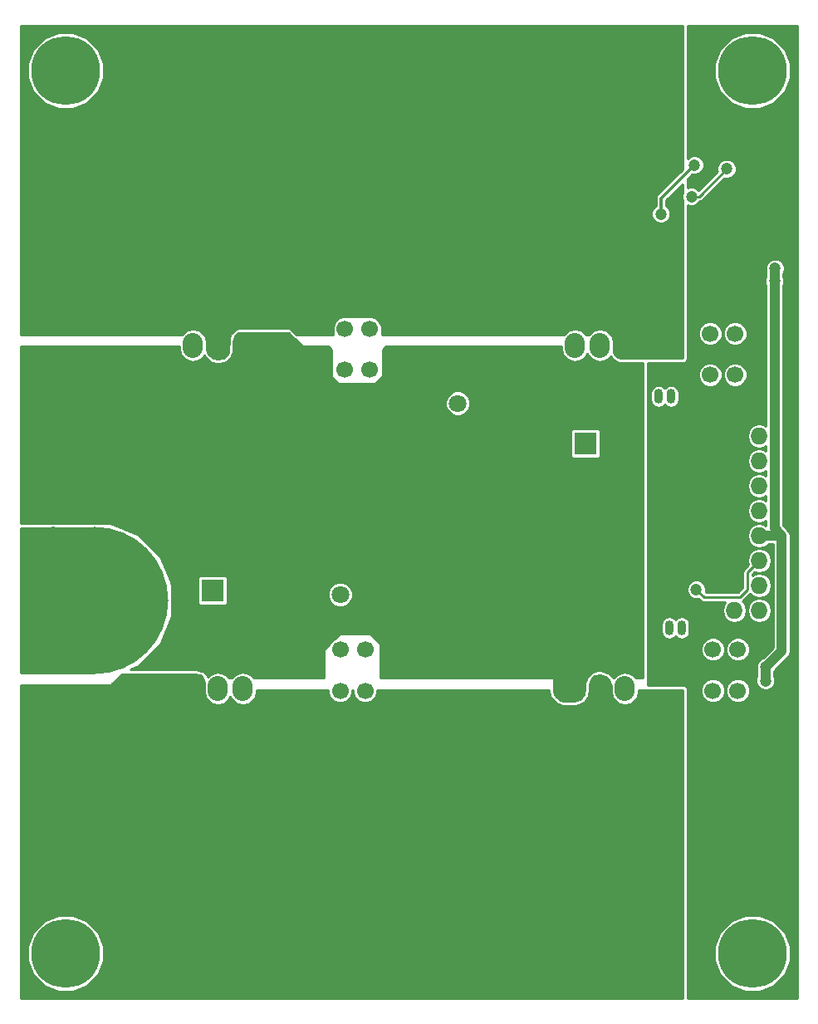
<source format=gbl>
G04 #@! TF.FileFunction,Copper,L2,Bot,Signal*
%FSLAX46Y46*%
G04 Gerber Fmt 4.6, Leading zero omitted, Abs format (unit mm)*
G04 Created by KiCad (PCBNEW 4.0.1-stable) date 27.06.2016 00:57:11*
%MOMM*%
G01*
G04 APERTURE LIST*
%ADD10C,0.100000*%
%ADD11R,2.300000X2.300000*%
%ADD12C,2.300000*%
%ADD13O,2.032000X2.540000*%
%ADD14R,1.727200X1.727200*%
%ADD15O,1.727200X1.727200*%
%ADD16C,7.000000*%
%ADD17O,0.899160X1.501140*%
%ADD18C,15.000000*%
%ADD19C,1.700000*%
%ADD20C,1.800000*%
%ADD21C,1.200000*%
%ADD22C,1.000000*%
%ADD23C,0.250000*%
%ADD24C,0.500000*%
%ADD25C,0.300000*%
%ADD26C,0.254000*%
G04 APERTURE END LIST*
D10*
D11*
X120000000Y-108000000D03*
D12*
X120000000Y-93000000D03*
D11*
X158000000Y-93000000D03*
D12*
X158000000Y-108000000D03*
D13*
X120530000Y-83000000D03*
X123070000Y-83000000D03*
X117990000Y-83000000D03*
X159470000Y-83000000D03*
X162010000Y-83000000D03*
X156930000Y-83000000D03*
X120530000Y-118000000D03*
X117990000Y-118000000D03*
X123070000Y-118000000D03*
X159470000Y-118000000D03*
X156930000Y-118000000D03*
X162010000Y-118000000D03*
D14*
X173180000Y-92250000D03*
D15*
X175720000Y-92250000D03*
X173180000Y-94790000D03*
X175720000Y-94790000D03*
X173180000Y-97330000D03*
X175720000Y-97330000D03*
X173180000Y-99870000D03*
X175720000Y-99870000D03*
X173180000Y-102410000D03*
X175720000Y-102410000D03*
X173180000Y-104950000D03*
X175720000Y-104950000D03*
X173180000Y-107490000D03*
X175720000Y-107490000D03*
X173180000Y-110030000D03*
X175720000Y-110030000D03*
D16*
X105000000Y-55000000D03*
X105000000Y-145000000D03*
X175000000Y-55000000D03*
X175000000Y-145000000D03*
D17*
X166730000Y-88200000D03*
X165460000Y-88200000D03*
X168000000Y-88200000D03*
X166530000Y-111800000D03*
X167800000Y-111800000D03*
X165260000Y-111800000D03*
D18*
X108000000Y-109000000D03*
X108000000Y-91000000D03*
X108000000Y-68000000D03*
X108000000Y-132000000D03*
D19*
X173540000Y-114000000D03*
X171000000Y-114000000D03*
X173540000Y-118200000D03*
X171000000Y-118200000D03*
X135540000Y-114000000D03*
X133000000Y-114000000D03*
X135540000Y-118200000D03*
X133000000Y-118200000D03*
X136000000Y-81300000D03*
X133460000Y-81300000D03*
X136000000Y-85500000D03*
X133460000Y-85500000D03*
X173250000Y-81800000D03*
X170710000Y-81800000D03*
X173250000Y-86000000D03*
X170710000Y-86000000D03*
D20*
X145000000Y-88900000D03*
X145000000Y-96400000D03*
X133000000Y-108400000D03*
X133000000Y-100900000D03*
D21*
X177275000Y-76450000D03*
X177325000Y-75150000D03*
X168799998Y-67825031D03*
X172400000Y-65000000D03*
X176400000Y-115800000D03*
X176361867Y-117186912D03*
X176499996Y-67000000D03*
X175100000Y-66999998D03*
X173800002Y-67000000D03*
X101100000Y-113300000D03*
X101800000Y-114300000D03*
X102700000Y-115200000D03*
X103700000Y-115900000D03*
X101100000Y-104700000D03*
X101800000Y-103700000D03*
X102700000Y-102800000D03*
X103700000Y-102100000D03*
X101100000Y-95299992D03*
X101799992Y-96300000D03*
X102699994Y-97200000D03*
X103700000Y-97899996D03*
X101100000Y-86799986D03*
X101800000Y-85700000D03*
X102700000Y-84800002D03*
X103800000Y-84100000D03*
X169099998Y-64600000D03*
X165700000Y-69600000D03*
X169300000Y-107900000D03*
X115999998Y-130200000D03*
X167000000Y-137000000D03*
X163000000Y-137000000D03*
X159000000Y-137000000D03*
X155000000Y-137000000D03*
X151000000Y-137000000D03*
X147000000Y-137000000D03*
X145000000Y-135000000D03*
X142000000Y-134000000D03*
X138000000Y-134000000D03*
X134000000Y-134000000D03*
X130000000Y-134000000D03*
X126000000Y-134000000D03*
X122000000Y-134000000D03*
X118000000Y-134000000D03*
X103000000Y-119000000D03*
X107000016Y-119000000D03*
X111000000Y-119000000D03*
X115000000Y-119000000D03*
X115000000Y-123000000D03*
X115000000Y-127000000D03*
X167071342Y-63849946D03*
X163079256Y-63749980D03*
X159059902Y-63749980D03*
X103000000Y-81000000D03*
X106999992Y-81000000D03*
X111000000Y-81000000D03*
X117000000Y-71000000D03*
X115000000Y-73000000D03*
X115000000Y-77000000D03*
X115000000Y-81000000D03*
X151700000Y-67000000D03*
X121000000Y-70000000D03*
X155000000Y-64000000D03*
X148000000Y-67000000D03*
X144000000Y-67000000D03*
X140000000Y-67000000D03*
X136000000Y-67000000D03*
X132000000Y-67000000D03*
X124000000Y-67000000D03*
X128000000Y-67000000D03*
D22*
X177275000Y-78425000D02*
X177275000Y-77450000D01*
X177275000Y-91490870D02*
X177275000Y-78425000D01*
X177275000Y-78425000D02*
X177275000Y-76450000D01*
X177275000Y-76450000D02*
X177275000Y-75200000D01*
X177275000Y-75200000D02*
X177325000Y-75150000D01*
X177275000Y-77450000D02*
X177275000Y-76073530D01*
X177275000Y-77450000D02*
X177275000Y-76450000D01*
X178000000Y-102400000D02*
X177275000Y-101675000D01*
X177275000Y-99110870D02*
X177275000Y-98089130D01*
X177275000Y-101675000D02*
X177275000Y-100629130D01*
X177275000Y-94030870D02*
X177275000Y-93009130D01*
X177275000Y-100629130D02*
X177283601Y-100620529D01*
X177283601Y-100620529D02*
X177283601Y-99119471D01*
X177283601Y-99119471D02*
X177275000Y-99110870D01*
X177275000Y-98089130D02*
X177283601Y-98080529D01*
X177283601Y-98080529D02*
X177283601Y-96579471D01*
X177283601Y-96579471D02*
X177275000Y-96570870D01*
X177283601Y-94039471D02*
X177275000Y-94030870D01*
X177275000Y-96570870D02*
X177275000Y-95549130D01*
X177283601Y-95540529D02*
X177283601Y-94039471D01*
X177275000Y-95549130D02*
X177283601Y-95540529D01*
X177275000Y-93009130D02*
X177283601Y-93000529D01*
X177283601Y-91499471D02*
X177275000Y-91490870D01*
X177283601Y-93000529D02*
X177283601Y-91499471D01*
D23*
X169574969Y-67825031D02*
X168799998Y-67825031D01*
X172400000Y-65000000D02*
X169574969Y-67825031D01*
D22*
X176361867Y-115838133D02*
X176400000Y-115800000D01*
X176361867Y-117186912D02*
X176361867Y-115838133D01*
X176999999Y-115200001D02*
X176400000Y-115800000D01*
X178000000Y-102400000D02*
X178000000Y-114200000D01*
X178000000Y-114200000D02*
X176999999Y-115200001D01*
X178000000Y-102400000D02*
X177990000Y-102410000D01*
X177990000Y-102410000D02*
X175720000Y-102410000D01*
X175899997Y-67599999D02*
X176499996Y-67000000D01*
X175799998Y-67699998D02*
X175899997Y-67599999D01*
X175799998Y-87766402D02*
X175799998Y-67699998D01*
X173180000Y-92250000D02*
X173180000Y-90386400D01*
X173180000Y-90386400D02*
X175799998Y-87766402D01*
X175100000Y-66999998D02*
X176499994Y-66999998D01*
X176499994Y-66999998D02*
X176499996Y-67000000D01*
X175099998Y-67000000D02*
X175100000Y-66999998D01*
X173800002Y-67000000D02*
X175099998Y-67000000D01*
X173180000Y-104950000D02*
X173180000Y-107490000D01*
X173180000Y-102410000D02*
X173180000Y-104950000D01*
X173180000Y-99870000D02*
X173180000Y-102410000D01*
X173180000Y-97330000D02*
X173180000Y-99870000D01*
X173180000Y-94790000D02*
X173180000Y-97330000D01*
X173180000Y-92250000D02*
X173180000Y-94790000D01*
D24*
X101800000Y-114300000D02*
X101800000Y-114000000D01*
X101800000Y-114000000D02*
X101100000Y-113300000D01*
X102700000Y-115200000D02*
X101800000Y-114300000D01*
X103700000Y-115900000D02*
X103400000Y-115900000D01*
X103400000Y-115900000D02*
X102700000Y-115200000D01*
X108000000Y-109000000D02*
X108000000Y-111600000D01*
X108000000Y-111600000D02*
X103700000Y-115900000D01*
X101800000Y-103700000D02*
X101800000Y-104000000D01*
X101800000Y-104000000D02*
X101100000Y-104700000D01*
X102700000Y-102800000D02*
X101800000Y-103700000D01*
X103700000Y-102100000D02*
X103400000Y-102100000D01*
X103400000Y-102100000D02*
X102700000Y-102800000D01*
X108000000Y-109000000D02*
X108000000Y-106400000D01*
X108000000Y-106400000D02*
X103700000Y-102100000D01*
X107900000Y-109000000D02*
X101800000Y-102900000D01*
X108000000Y-109000000D02*
X107900000Y-109000000D01*
X108000000Y-109000000D02*
X107800000Y-109000000D01*
X120000000Y-93000000D02*
X123070000Y-89930000D01*
X123070000Y-89930000D02*
X123070000Y-83000000D01*
X108000000Y-92000000D02*
X119000000Y-92000000D01*
X119000000Y-92000000D02*
X120000000Y-93000000D01*
D23*
X132500000Y-100900000D02*
X124600000Y-93000000D01*
X124600000Y-93000000D02*
X124000000Y-93000000D01*
X124000000Y-93000000D02*
X119600000Y-93000000D01*
X108000000Y-93000000D02*
X107000000Y-92000000D01*
X144500000Y-96400000D02*
X156300000Y-108200000D01*
X156300000Y-108200000D02*
X157300000Y-108200000D01*
X157300000Y-108200000D02*
X157500000Y-108000000D01*
X157500000Y-108000000D02*
X157500000Y-117430000D01*
X157500000Y-117430000D02*
X156930000Y-118000000D01*
X144500000Y-96400000D02*
X137000000Y-96400000D01*
X137000000Y-96400000D02*
X132500000Y-100900000D01*
D22*
X110000000Y-91000000D02*
X109000000Y-92000000D01*
D23*
X123070000Y-83254000D02*
X123070000Y-83000000D01*
D25*
X168499999Y-65199999D02*
X169099998Y-64600000D01*
X165700000Y-67999998D02*
X168499999Y-65199999D01*
X165700000Y-69600000D02*
X165700000Y-67999998D01*
D23*
X169300000Y-107900000D02*
X170078601Y-108678601D01*
X170078601Y-108678601D02*
X173750529Y-108678601D01*
X174531399Y-107897731D02*
X174531399Y-106138601D01*
X173750529Y-108678601D02*
X174531399Y-107897731D01*
X174531399Y-106138601D02*
X174856401Y-105813599D01*
X174856401Y-105813599D02*
X175720000Y-104950000D01*
X117990000Y-118000000D02*
X117990000Y-118254000D01*
X117990000Y-118254000D02*
X107494000Y-128750000D01*
X107494000Y-128750000D02*
X107000000Y-128750000D01*
X159470000Y-118000000D02*
X159470000Y-119520000D01*
X114071067Y-128750000D02*
X107000000Y-128750000D01*
X159470000Y-119520000D02*
X150240000Y-128750000D01*
X150240000Y-128750000D02*
X114071067Y-128750000D01*
D25*
X162010000Y-64819236D02*
X162479257Y-64349979D01*
X162479257Y-64349979D02*
X163079256Y-63749980D01*
X162010000Y-83000000D02*
X162010000Y-64819236D01*
D24*
X106999992Y-81000000D02*
X103000000Y-81000000D01*
D23*
X118400000Y-79350000D02*
X117750001Y-79999999D01*
X117750001Y-79999999D02*
X112249999Y-79999999D01*
X112249999Y-79999999D02*
X107250000Y-75000000D01*
X120530000Y-83000000D02*
X120530000Y-81480000D01*
X120530000Y-81480000D02*
X118400000Y-79350000D01*
D26*
G36*
X167873000Y-65081707D02*
X165327355Y-67627353D01*
X165213115Y-67798323D01*
X165213115Y-67798324D01*
X165173000Y-67999998D01*
X165173000Y-68760636D01*
X165147297Y-68771256D01*
X164872222Y-69045851D01*
X164723170Y-69404810D01*
X164722830Y-69793485D01*
X164871256Y-70152703D01*
X165145851Y-70427778D01*
X165504810Y-70576830D01*
X165893485Y-70577170D01*
X166252703Y-70428744D01*
X166527778Y-70154149D01*
X166676830Y-69795190D01*
X166677170Y-69406515D01*
X166528744Y-69047297D01*
X166254149Y-68772222D01*
X166227000Y-68760949D01*
X166227000Y-68218288D01*
X167873000Y-66572289D01*
X167873000Y-67509832D01*
X167823168Y-67629841D01*
X167822828Y-68018516D01*
X167873000Y-68139941D01*
X167873000Y-84273000D01*
X161520610Y-84273000D01*
X161268604Y-84188998D01*
X161098692Y-84019086D01*
X160920791Y-83752234D01*
X160852189Y-83340620D01*
X160863000Y-83286267D01*
X160863000Y-82713733D01*
X160756964Y-82180655D01*
X160455000Y-81728733D01*
X160003078Y-81426769D01*
X159470000Y-81320733D01*
X158936922Y-81426769D01*
X158485000Y-81728733D01*
X158388604Y-81873000D01*
X158011396Y-81873000D01*
X157915000Y-81728733D01*
X157463078Y-81426769D01*
X156930000Y-81320733D01*
X156396922Y-81426769D01*
X155945000Y-81728733D01*
X155848604Y-81873000D01*
X137227000Y-81873000D01*
X137227000Y-81299925D01*
X137227212Y-81057005D01*
X137040806Y-80605869D01*
X136695947Y-80260407D01*
X136245136Y-80073214D01*
X136000000Y-80073000D01*
X135999925Y-80073000D01*
X135757005Y-80072788D01*
X135756492Y-80073000D01*
X133459925Y-80073000D01*
X133217005Y-80072788D01*
X132765869Y-80259194D01*
X132420407Y-80604053D01*
X132233214Y-81054864D01*
X132232788Y-81542995D01*
X132273000Y-81640315D01*
X132273000Y-81873000D01*
X128552606Y-81873000D01*
X127989803Y-81310197D01*
X127947789Y-81282334D01*
X127900000Y-81273000D01*
X122500000Y-81273000D01*
X122450590Y-81283006D01*
X122420664Y-81300830D01*
X121920664Y-81700830D01*
X121882083Y-81752833D01*
X121682083Y-82252833D01*
X121673323Y-82290952D01*
X121575121Y-83665778D01*
X121399816Y-84016388D01*
X121048575Y-84279819D01*
X120502082Y-84370901D01*
X120053154Y-84281115D01*
X119693603Y-84011452D01*
X119519787Y-83750729D01*
X119427205Y-83275705D01*
X119426351Y-83271673D01*
X119383000Y-83082208D01*
X119383000Y-82713733D01*
X119276964Y-82180655D01*
X119111248Y-81932644D01*
X119108126Y-81925740D01*
X119104224Y-81922130D01*
X118975000Y-81728733D01*
X118523078Y-81426769D01*
X117990000Y-81320733D01*
X117456922Y-81426769D01*
X117005000Y-81728733D01*
X116908604Y-81873000D01*
X100427000Y-81873000D01*
X100427000Y-55767800D01*
X101122328Y-55767800D01*
X101711323Y-57193275D01*
X102800988Y-58284844D01*
X104225434Y-58876326D01*
X105767800Y-58877672D01*
X107193275Y-58288677D01*
X108284844Y-57199012D01*
X108876326Y-55774566D01*
X108877672Y-54232200D01*
X108288677Y-52806725D01*
X107199012Y-51715156D01*
X105774566Y-51123674D01*
X104232200Y-51122328D01*
X102806725Y-51711323D01*
X101715156Y-52800988D01*
X101123674Y-54225434D01*
X101122328Y-55767800D01*
X100427000Y-55767800D01*
X100427000Y-50427000D01*
X167873000Y-50427000D01*
X167873000Y-65081707D01*
X167873000Y-65081707D01*
G37*
X167873000Y-65081707D02*
X165327355Y-67627353D01*
X165213115Y-67798323D01*
X165213115Y-67798324D01*
X165173000Y-67999998D01*
X165173000Y-68760636D01*
X165147297Y-68771256D01*
X164872222Y-69045851D01*
X164723170Y-69404810D01*
X164722830Y-69793485D01*
X164871256Y-70152703D01*
X165145851Y-70427778D01*
X165504810Y-70576830D01*
X165893485Y-70577170D01*
X166252703Y-70428744D01*
X166527778Y-70154149D01*
X166676830Y-69795190D01*
X166677170Y-69406515D01*
X166528744Y-69047297D01*
X166254149Y-68772222D01*
X166227000Y-68760949D01*
X166227000Y-68218288D01*
X167873000Y-66572289D01*
X167873000Y-67509832D01*
X167823168Y-67629841D01*
X167822828Y-68018516D01*
X167873000Y-68139941D01*
X167873000Y-84273000D01*
X161520610Y-84273000D01*
X161268604Y-84188998D01*
X161098692Y-84019086D01*
X160920791Y-83752234D01*
X160852189Y-83340620D01*
X160863000Y-83286267D01*
X160863000Y-82713733D01*
X160756964Y-82180655D01*
X160455000Y-81728733D01*
X160003078Y-81426769D01*
X159470000Y-81320733D01*
X158936922Y-81426769D01*
X158485000Y-81728733D01*
X158388604Y-81873000D01*
X158011396Y-81873000D01*
X157915000Y-81728733D01*
X157463078Y-81426769D01*
X156930000Y-81320733D01*
X156396922Y-81426769D01*
X155945000Y-81728733D01*
X155848604Y-81873000D01*
X137227000Y-81873000D01*
X137227000Y-81299925D01*
X137227212Y-81057005D01*
X137040806Y-80605869D01*
X136695947Y-80260407D01*
X136245136Y-80073214D01*
X136000000Y-80073000D01*
X135999925Y-80073000D01*
X135757005Y-80072788D01*
X135756492Y-80073000D01*
X133459925Y-80073000D01*
X133217005Y-80072788D01*
X132765869Y-80259194D01*
X132420407Y-80604053D01*
X132233214Y-81054864D01*
X132232788Y-81542995D01*
X132273000Y-81640315D01*
X132273000Y-81873000D01*
X128552606Y-81873000D01*
X127989803Y-81310197D01*
X127947789Y-81282334D01*
X127900000Y-81273000D01*
X122500000Y-81273000D01*
X122450590Y-81283006D01*
X122420664Y-81300830D01*
X121920664Y-81700830D01*
X121882083Y-81752833D01*
X121682083Y-82252833D01*
X121673323Y-82290952D01*
X121575121Y-83665778D01*
X121399816Y-84016388D01*
X121048575Y-84279819D01*
X120502082Y-84370901D01*
X120053154Y-84281115D01*
X119693603Y-84011452D01*
X119519787Y-83750729D01*
X119427205Y-83275705D01*
X119426351Y-83271673D01*
X119383000Y-83082208D01*
X119383000Y-82713733D01*
X119276964Y-82180655D01*
X119111248Y-81932644D01*
X119108126Y-81925740D01*
X119104224Y-81922130D01*
X118975000Y-81728733D01*
X118523078Y-81426769D01*
X117990000Y-81320733D01*
X117456922Y-81426769D01*
X117005000Y-81728733D01*
X116908604Y-81873000D01*
X100427000Y-81873000D01*
X100427000Y-55767800D01*
X101122328Y-55767800D01*
X101711323Y-57193275D01*
X102800988Y-58284844D01*
X104225434Y-58876326D01*
X105767800Y-58877672D01*
X107193275Y-58288677D01*
X108284844Y-57199012D01*
X108876326Y-55774566D01*
X108877672Y-54232200D01*
X108288677Y-52806725D01*
X107199012Y-51715156D01*
X105774566Y-51123674D01*
X104232200Y-51122328D01*
X102806725Y-51711323D01*
X101715156Y-52800988D01*
X101123674Y-54225434D01*
X101122328Y-55767800D01*
X100427000Y-55767800D01*
X100427000Y-50427000D01*
X167873000Y-50427000D01*
X167873000Y-65081707D01*
G36*
X118682371Y-116667090D02*
X118994547Y-116881628D01*
X119173000Y-117372375D01*
X119173000Y-117532749D01*
X119137000Y-117713733D01*
X119137000Y-118286267D01*
X119243036Y-118819345D01*
X119545000Y-119271267D01*
X119996922Y-119573231D01*
X120530000Y-119679267D01*
X121063078Y-119573231D01*
X121515000Y-119271267D01*
X121800000Y-118844733D01*
X122085000Y-119271267D01*
X122536922Y-119573231D01*
X123070000Y-119679267D01*
X123603078Y-119573231D01*
X124055000Y-119271267D01*
X124356964Y-118819345D01*
X124463000Y-118286267D01*
X124463000Y-118127000D01*
X131773064Y-118127000D01*
X131772788Y-118442995D01*
X131959194Y-118894131D01*
X132304053Y-119239593D01*
X132754864Y-119426786D01*
X133242995Y-119427212D01*
X133694131Y-119240806D01*
X134039593Y-118895947D01*
X134226786Y-118445136D01*
X134227064Y-118127000D01*
X134313064Y-118127000D01*
X134312788Y-118442995D01*
X134499194Y-118894131D01*
X134844053Y-119239593D01*
X135294864Y-119426786D01*
X135782995Y-119427212D01*
X136234131Y-119240806D01*
X136579593Y-118895947D01*
X136766786Y-118445136D01*
X136767064Y-118127000D01*
X154289853Y-118127000D01*
X154374276Y-118717961D01*
X154398400Y-118776200D01*
X154698400Y-119176200D01*
X154720664Y-119199170D01*
X155220664Y-119599170D01*
X155269198Y-119623208D01*
X155669198Y-119723208D01*
X155700000Y-119727000D01*
X157000000Y-119727000D01*
X157040161Y-119720483D01*
X157640161Y-119520483D01*
X157670447Y-119505670D01*
X157970447Y-119305670D01*
X158008902Y-119265341D01*
X158308902Y-118765341D01*
X158325724Y-118717961D01*
X158425724Y-118017961D01*
X158427000Y-118000000D01*
X158427000Y-117524460D01*
X158608236Y-117071370D01*
X158961025Y-116718581D01*
X159489764Y-116630458D01*
X160040288Y-116813966D01*
X160395309Y-117080232D01*
X160577753Y-117536342D01*
X160617000Y-117732577D01*
X160617000Y-118286267D01*
X160723036Y-118819345D01*
X161025000Y-119271267D01*
X161476922Y-119573231D01*
X162010000Y-119679267D01*
X162543078Y-119573231D01*
X162995000Y-119271267D01*
X163296964Y-118819345D01*
X163403000Y-118286267D01*
X163403000Y-118127000D01*
X167873000Y-118127000D01*
X167873000Y-149573000D01*
X100427000Y-149573000D01*
X100427000Y-145767800D01*
X101122328Y-145767800D01*
X101711323Y-147193275D01*
X102800988Y-148284844D01*
X104225434Y-148876326D01*
X105767800Y-148877672D01*
X107193275Y-148288677D01*
X108284844Y-147199012D01*
X108876326Y-145774566D01*
X108877672Y-144232200D01*
X108288677Y-142806725D01*
X107199012Y-141715156D01*
X105774566Y-141123674D01*
X104232200Y-141122328D01*
X102806725Y-141711323D01*
X101715156Y-142800988D01*
X101123674Y-144225434D01*
X101122328Y-145767800D01*
X100427000Y-145767800D01*
X100427000Y-117627000D01*
X109600000Y-117627000D01*
X109649410Y-117616994D01*
X109689803Y-117589803D01*
X110752606Y-116527000D01*
X118155841Y-116527000D01*
X118682371Y-116667090D01*
X118682371Y-116667090D01*
G37*
X118682371Y-116667090D02*
X118994547Y-116881628D01*
X119173000Y-117372375D01*
X119173000Y-117532749D01*
X119137000Y-117713733D01*
X119137000Y-118286267D01*
X119243036Y-118819345D01*
X119545000Y-119271267D01*
X119996922Y-119573231D01*
X120530000Y-119679267D01*
X121063078Y-119573231D01*
X121515000Y-119271267D01*
X121800000Y-118844733D01*
X122085000Y-119271267D01*
X122536922Y-119573231D01*
X123070000Y-119679267D01*
X123603078Y-119573231D01*
X124055000Y-119271267D01*
X124356964Y-118819345D01*
X124463000Y-118286267D01*
X124463000Y-118127000D01*
X131773064Y-118127000D01*
X131772788Y-118442995D01*
X131959194Y-118894131D01*
X132304053Y-119239593D01*
X132754864Y-119426786D01*
X133242995Y-119427212D01*
X133694131Y-119240806D01*
X134039593Y-118895947D01*
X134226786Y-118445136D01*
X134227064Y-118127000D01*
X134313064Y-118127000D01*
X134312788Y-118442995D01*
X134499194Y-118894131D01*
X134844053Y-119239593D01*
X135294864Y-119426786D01*
X135782995Y-119427212D01*
X136234131Y-119240806D01*
X136579593Y-118895947D01*
X136766786Y-118445136D01*
X136767064Y-118127000D01*
X154289853Y-118127000D01*
X154374276Y-118717961D01*
X154398400Y-118776200D01*
X154698400Y-119176200D01*
X154720664Y-119199170D01*
X155220664Y-119599170D01*
X155269198Y-119623208D01*
X155669198Y-119723208D01*
X155700000Y-119727000D01*
X157000000Y-119727000D01*
X157040161Y-119720483D01*
X157640161Y-119520483D01*
X157670447Y-119505670D01*
X157970447Y-119305670D01*
X158008902Y-119265341D01*
X158308902Y-118765341D01*
X158325724Y-118717961D01*
X158425724Y-118017961D01*
X158427000Y-118000000D01*
X158427000Y-117524460D01*
X158608236Y-117071370D01*
X158961025Y-116718581D01*
X159489764Y-116630458D01*
X160040288Y-116813966D01*
X160395309Y-117080232D01*
X160577753Y-117536342D01*
X160617000Y-117732577D01*
X160617000Y-118286267D01*
X160723036Y-118819345D01*
X161025000Y-119271267D01*
X161476922Y-119573231D01*
X162010000Y-119679267D01*
X162543078Y-119573231D01*
X162995000Y-119271267D01*
X163296964Y-118819345D01*
X163403000Y-118286267D01*
X163403000Y-118127000D01*
X167873000Y-118127000D01*
X167873000Y-149573000D01*
X100427000Y-149573000D01*
X100427000Y-145767800D01*
X101122328Y-145767800D01*
X101711323Y-147193275D01*
X102800988Y-148284844D01*
X104225434Y-148876326D01*
X105767800Y-148877672D01*
X107193275Y-148288677D01*
X108284844Y-147199012D01*
X108876326Y-145774566D01*
X108877672Y-144232200D01*
X108288677Y-142806725D01*
X107199012Y-141715156D01*
X105774566Y-141123674D01*
X104232200Y-141122328D01*
X102806725Y-141711323D01*
X101715156Y-142800988D01*
X101123674Y-144225434D01*
X101122328Y-145767800D01*
X100427000Y-145767800D01*
X100427000Y-117627000D01*
X109600000Y-117627000D01*
X109649410Y-117616994D01*
X109689803Y-117589803D01*
X110752606Y-116527000D01*
X118155841Y-116527000D01*
X118682371Y-116667090D01*
G36*
X128233421Y-82266579D02*
X128353326Y-82347298D01*
X128371340Y-82350946D01*
X129110197Y-83089803D01*
X129152211Y-83117666D01*
X129200000Y-83127000D01*
X131747394Y-83127000D01*
X132073000Y-83452606D01*
X132073000Y-86118696D01*
X132083006Y-86168106D01*
X132111421Y-86209706D01*
X132811421Y-86891010D01*
X132853808Y-86918302D01*
X132900000Y-86927000D01*
X136500000Y-86927000D01*
X136549410Y-86916994D01*
X136589803Y-86889803D01*
X137289803Y-86189803D01*
X137317666Y-86147789D01*
X137327000Y-86100000D01*
X137327000Y-83452606D01*
X137652606Y-83127000D01*
X155537000Y-83127000D01*
X155537000Y-83286267D01*
X155643036Y-83819345D01*
X155945000Y-84271267D01*
X156396922Y-84573231D01*
X156930000Y-84679267D01*
X157463078Y-84573231D01*
X157915000Y-84271267D01*
X158200000Y-83844733D01*
X158485000Y-84271267D01*
X158936922Y-84573231D01*
X159470000Y-84679267D01*
X160003078Y-84573231D01*
X160455000Y-84271267D01*
X160558157Y-84116882D01*
X160686317Y-84309122D01*
X160733421Y-84366579D01*
X160933421Y-84566579D01*
X161080782Y-84657654D01*
X161380782Y-84757654D01*
X161500000Y-84777000D01*
X163873000Y-84777000D01*
X163873000Y-116873000D01*
X163091396Y-116873000D01*
X162995000Y-116728733D01*
X162543078Y-116426769D01*
X162010000Y-116320733D01*
X161476922Y-116426769D01*
X161025000Y-116728733D01*
X160928604Y-116873000D01*
X160855242Y-116873000D01*
X160850036Y-116859986D01*
X160726200Y-116698400D01*
X160326200Y-116398400D01*
X160219218Y-116342346D01*
X159619218Y-116142346D01*
X159438022Y-116128129D01*
X158838022Y-116228129D01*
X158758138Y-116250709D01*
X158633421Y-116333421D01*
X158233421Y-116733421D01*
X158149964Y-116859986D01*
X158137057Y-116892252D01*
X158108965Y-116911447D01*
X158081685Y-116953841D01*
X158073000Y-117000000D01*
X158073000Y-117052396D01*
X157949964Y-117359986D01*
X157923000Y-117500000D01*
X157923000Y-117973207D01*
X157837556Y-118571317D01*
X157620341Y-118933342D01*
X157432887Y-119058311D01*
X156938820Y-119223000D01*
X155746412Y-119223000D01*
X155471260Y-119154212D01*
X155072883Y-118835510D01*
X154859552Y-118551069D01*
X154827000Y-118323206D01*
X154827000Y-117000000D01*
X154816994Y-116950590D01*
X154788553Y-116908965D01*
X154746159Y-116881685D01*
X154700000Y-116873000D01*
X137127000Y-116873000D01*
X137127000Y-113500000D01*
X137116994Y-113450590D01*
X137089803Y-113410197D01*
X136089803Y-112410197D01*
X136047789Y-112382334D01*
X136000000Y-112373000D01*
X133000000Y-112373000D01*
X132950590Y-112383006D01*
X132910197Y-112410197D01*
X132400161Y-112920233D01*
X132305869Y-112959194D01*
X131960407Y-113304053D01*
X131920689Y-113399705D01*
X131410197Y-113910197D01*
X131382334Y-113952211D01*
X131373000Y-114000000D01*
X131373000Y-116873000D01*
X124151396Y-116873000D01*
X124055000Y-116728733D01*
X123603078Y-116426769D01*
X123070000Y-116320733D01*
X122536922Y-116426769D01*
X122085000Y-116728733D01*
X121988604Y-116873000D01*
X121611396Y-116873000D01*
X121515000Y-116728733D01*
X121063078Y-116426769D01*
X120530000Y-116320733D01*
X119996922Y-116426769D01*
X119545000Y-116728733D01*
X119499823Y-116796345D01*
X119454302Y-116671163D01*
X119417583Y-116596850D01*
X119313525Y-116489298D01*
X118949748Y-116239298D01*
X118833156Y-116185675D01*
X118269379Y-116035675D01*
X118172446Y-116023000D01*
X111630100Y-116023000D01*
X112456133Y-115681690D01*
X114673902Y-113467788D01*
X115875630Y-110573706D01*
X115878365Y-107440042D01*
X115634565Y-106850000D01*
X118465615Y-106850000D01*
X118465615Y-109150000D01*
X118491903Y-109289708D01*
X118574470Y-109418020D01*
X118700453Y-109504101D01*
X118850000Y-109534385D01*
X121150000Y-109534385D01*
X121289708Y-109508097D01*
X121418020Y-109425530D01*
X121504101Y-109299547D01*
X121534385Y-109150000D01*
X121534385Y-108652897D01*
X131722779Y-108652897D01*
X131916781Y-109122417D01*
X132275693Y-109481957D01*
X132744875Y-109676778D01*
X133252897Y-109677221D01*
X133722417Y-109483219D01*
X134081957Y-109124307D01*
X134276778Y-108655125D01*
X134277221Y-108147103D01*
X134083219Y-107677583D01*
X133724307Y-107318043D01*
X133255125Y-107123222D01*
X132747103Y-107122779D01*
X132277583Y-107316781D01*
X131918043Y-107675693D01*
X131723222Y-108144875D01*
X131722779Y-108652897D01*
X121534385Y-108652897D01*
X121534385Y-106850000D01*
X121508097Y-106710292D01*
X121425530Y-106581980D01*
X121299547Y-106495899D01*
X121150000Y-106465615D01*
X118850000Y-106465615D01*
X118710292Y-106491903D01*
X118581980Y-106574470D01*
X118495899Y-106700453D01*
X118465615Y-106850000D01*
X115634565Y-106850000D01*
X114681690Y-104543867D01*
X112467788Y-102326098D01*
X109573706Y-101124370D01*
X106440042Y-101121635D01*
X106436738Y-101123000D01*
X103700852Y-101123000D01*
X103506515Y-101122830D01*
X103506104Y-101123000D01*
X100427000Y-101123000D01*
X100427000Y-91850000D01*
X156465615Y-91850000D01*
X156465615Y-94150000D01*
X156491903Y-94289708D01*
X156574470Y-94418020D01*
X156700453Y-94504101D01*
X156850000Y-94534385D01*
X159150000Y-94534385D01*
X159289708Y-94508097D01*
X159418020Y-94425530D01*
X159504101Y-94299547D01*
X159534385Y-94150000D01*
X159534385Y-91850000D01*
X159508097Y-91710292D01*
X159425530Y-91581980D01*
X159299547Y-91495899D01*
X159150000Y-91465615D01*
X156850000Y-91465615D01*
X156710292Y-91491903D01*
X156581980Y-91574470D01*
X156495899Y-91700453D01*
X156465615Y-91850000D01*
X100427000Y-91850000D01*
X100427000Y-89152897D01*
X143722779Y-89152897D01*
X143916781Y-89622417D01*
X144275693Y-89981957D01*
X144744875Y-90176778D01*
X145252897Y-90177221D01*
X145722417Y-89983219D01*
X146081957Y-89624307D01*
X146276778Y-89155125D01*
X146277221Y-88647103D01*
X146083219Y-88177583D01*
X145724307Y-87818043D01*
X145255125Y-87623222D01*
X144747103Y-87622779D01*
X144277583Y-87816781D01*
X143918043Y-88175693D01*
X143723222Y-88644875D01*
X143722779Y-89152897D01*
X100427000Y-89152897D01*
X100427000Y-83127000D01*
X116597000Y-83127000D01*
X116597000Y-83286267D01*
X116703036Y-83819345D01*
X117005000Y-84271267D01*
X117456922Y-84573231D01*
X117990000Y-84679267D01*
X118523078Y-84573231D01*
X118975000Y-84271267D01*
X119118202Y-84056950D01*
X119286317Y-84309122D01*
X119373800Y-84401600D01*
X119773800Y-84701600D01*
X119926064Y-84769679D01*
X120426064Y-84869679D01*
X120561978Y-84871871D01*
X121161978Y-84771871D01*
X121326200Y-84701600D01*
X121726200Y-84401600D01*
X121837199Y-84268600D01*
X122037199Y-83868600D01*
X122076042Y-83726860D01*
X122171856Y-82385464D01*
X122313122Y-82032298D01*
X122632245Y-81777000D01*
X127743842Y-81777000D01*
X128233421Y-82266579D01*
X128233421Y-82266579D01*
G37*
X128233421Y-82266579D02*
X128353326Y-82347298D01*
X128371340Y-82350946D01*
X129110197Y-83089803D01*
X129152211Y-83117666D01*
X129200000Y-83127000D01*
X131747394Y-83127000D01*
X132073000Y-83452606D01*
X132073000Y-86118696D01*
X132083006Y-86168106D01*
X132111421Y-86209706D01*
X132811421Y-86891010D01*
X132853808Y-86918302D01*
X132900000Y-86927000D01*
X136500000Y-86927000D01*
X136549410Y-86916994D01*
X136589803Y-86889803D01*
X137289803Y-86189803D01*
X137317666Y-86147789D01*
X137327000Y-86100000D01*
X137327000Y-83452606D01*
X137652606Y-83127000D01*
X155537000Y-83127000D01*
X155537000Y-83286267D01*
X155643036Y-83819345D01*
X155945000Y-84271267D01*
X156396922Y-84573231D01*
X156930000Y-84679267D01*
X157463078Y-84573231D01*
X157915000Y-84271267D01*
X158200000Y-83844733D01*
X158485000Y-84271267D01*
X158936922Y-84573231D01*
X159470000Y-84679267D01*
X160003078Y-84573231D01*
X160455000Y-84271267D01*
X160558157Y-84116882D01*
X160686317Y-84309122D01*
X160733421Y-84366579D01*
X160933421Y-84566579D01*
X161080782Y-84657654D01*
X161380782Y-84757654D01*
X161500000Y-84777000D01*
X163873000Y-84777000D01*
X163873000Y-116873000D01*
X163091396Y-116873000D01*
X162995000Y-116728733D01*
X162543078Y-116426769D01*
X162010000Y-116320733D01*
X161476922Y-116426769D01*
X161025000Y-116728733D01*
X160928604Y-116873000D01*
X160855242Y-116873000D01*
X160850036Y-116859986D01*
X160726200Y-116698400D01*
X160326200Y-116398400D01*
X160219218Y-116342346D01*
X159619218Y-116142346D01*
X159438022Y-116128129D01*
X158838022Y-116228129D01*
X158758138Y-116250709D01*
X158633421Y-116333421D01*
X158233421Y-116733421D01*
X158149964Y-116859986D01*
X158137057Y-116892252D01*
X158108965Y-116911447D01*
X158081685Y-116953841D01*
X158073000Y-117000000D01*
X158073000Y-117052396D01*
X157949964Y-117359986D01*
X157923000Y-117500000D01*
X157923000Y-117973207D01*
X157837556Y-118571317D01*
X157620341Y-118933342D01*
X157432887Y-119058311D01*
X156938820Y-119223000D01*
X155746412Y-119223000D01*
X155471260Y-119154212D01*
X155072883Y-118835510D01*
X154859552Y-118551069D01*
X154827000Y-118323206D01*
X154827000Y-117000000D01*
X154816994Y-116950590D01*
X154788553Y-116908965D01*
X154746159Y-116881685D01*
X154700000Y-116873000D01*
X137127000Y-116873000D01*
X137127000Y-113500000D01*
X137116994Y-113450590D01*
X137089803Y-113410197D01*
X136089803Y-112410197D01*
X136047789Y-112382334D01*
X136000000Y-112373000D01*
X133000000Y-112373000D01*
X132950590Y-112383006D01*
X132910197Y-112410197D01*
X132400161Y-112920233D01*
X132305869Y-112959194D01*
X131960407Y-113304053D01*
X131920689Y-113399705D01*
X131410197Y-113910197D01*
X131382334Y-113952211D01*
X131373000Y-114000000D01*
X131373000Y-116873000D01*
X124151396Y-116873000D01*
X124055000Y-116728733D01*
X123603078Y-116426769D01*
X123070000Y-116320733D01*
X122536922Y-116426769D01*
X122085000Y-116728733D01*
X121988604Y-116873000D01*
X121611396Y-116873000D01*
X121515000Y-116728733D01*
X121063078Y-116426769D01*
X120530000Y-116320733D01*
X119996922Y-116426769D01*
X119545000Y-116728733D01*
X119499823Y-116796345D01*
X119454302Y-116671163D01*
X119417583Y-116596850D01*
X119313525Y-116489298D01*
X118949748Y-116239298D01*
X118833156Y-116185675D01*
X118269379Y-116035675D01*
X118172446Y-116023000D01*
X111630100Y-116023000D01*
X112456133Y-115681690D01*
X114673902Y-113467788D01*
X115875630Y-110573706D01*
X115878365Y-107440042D01*
X115634565Y-106850000D01*
X118465615Y-106850000D01*
X118465615Y-109150000D01*
X118491903Y-109289708D01*
X118574470Y-109418020D01*
X118700453Y-109504101D01*
X118850000Y-109534385D01*
X121150000Y-109534385D01*
X121289708Y-109508097D01*
X121418020Y-109425530D01*
X121504101Y-109299547D01*
X121534385Y-109150000D01*
X121534385Y-108652897D01*
X131722779Y-108652897D01*
X131916781Y-109122417D01*
X132275693Y-109481957D01*
X132744875Y-109676778D01*
X133252897Y-109677221D01*
X133722417Y-109483219D01*
X134081957Y-109124307D01*
X134276778Y-108655125D01*
X134277221Y-108147103D01*
X134083219Y-107677583D01*
X133724307Y-107318043D01*
X133255125Y-107123222D01*
X132747103Y-107122779D01*
X132277583Y-107316781D01*
X131918043Y-107675693D01*
X131723222Y-108144875D01*
X131722779Y-108652897D01*
X121534385Y-108652897D01*
X121534385Y-106850000D01*
X121508097Y-106710292D01*
X121425530Y-106581980D01*
X121299547Y-106495899D01*
X121150000Y-106465615D01*
X118850000Y-106465615D01*
X118710292Y-106491903D01*
X118581980Y-106574470D01*
X118495899Y-106700453D01*
X118465615Y-106850000D01*
X115634565Y-106850000D01*
X114681690Y-104543867D01*
X112467788Y-102326098D01*
X109573706Y-101124370D01*
X106440042Y-101121635D01*
X106436738Y-101123000D01*
X103700852Y-101123000D01*
X103506515Y-101122830D01*
X103506104Y-101123000D01*
X100427000Y-101123000D01*
X100427000Y-91850000D01*
X156465615Y-91850000D01*
X156465615Y-94150000D01*
X156491903Y-94289708D01*
X156574470Y-94418020D01*
X156700453Y-94504101D01*
X156850000Y-94534385D01*
X159150000Y-94534385D01*
X159289708Y-94508097D01*
X159418020Y-94425530D01*
X159504101Y-94299547D01*
X159534385Y-94150000D01*
X159534385Y-91850000D01*
X159508097Y-91710292D01*
X159425530Y-91581980D01*
X159299547Y-91495899D01*
X159150000Y-91465615D01*
X156850000Y-91465615D01*
X156710292Y-91491903D01*
X156581980Y-91574470D01*
X156495899Y-91700453D01*
X156465615Y-91850000D01*
X100427000Y-91850000D01*
X100427000Y-89152897D01*
X143722779Y-89152897D01*
X143916781Y-89622417D01*
X144275693Y-89981957D01*
X144744875Y-90176778D01*
X145252897Y-90177221D01*
X145722417Y-89983219D01*
X146081957Y-89624307D01*
X146276778Y-89155125D01*
X146277221Y-88647103D01*
X146083219Y-88177583D01*
X145724307Y-87818043D01*
X145255125Y-87623222D01*
X144747103Y-87622779D01*
X144277583Y-87816781D01*
X143918043Y-88175693D01*
X143723222Y-88644875D01*
X143722779Y-89152897D01*
X100427000Y-89152897D01*
X100427000Y-83127000D01*
X116597000Y-83127000D01*
X116597000Y-83286267D01*
X116703036Y-83819345D01*
X117005000Y-84271267D01*
X117456922Y-84573231D01*
X117990000Y-84679267D01*
X118523078Y-84573231D01*
X118975000Y-84271267D01*
X119118202Y-84056950D01*
X119286317Y-84309122D01*
X119373800Y-84401600D01*
X119773800Y-84701600D01*
X119926064Y-84769679D01*
X120426064Y-84869679D01*
X120561978Y-84871871D01*
X121161978Y-84771871D01*
X121326200Y-84701600D01*
X121726200Y-84401600D01*
X121837199Y-84268600D01*
X122037199Y-83868600D01*
X122076042Y-83726860D01*
X122171856Y-82385464D01*
X122313122Y-82032298D01*
X122632245Y-81777000D01*
X127743842Y-81777000D01*
X128233421Y-82266579D01*
G36*
X179573000Y-149573000D02*
X168377000Y-149573000D01*
X168377000Y-145767800D01*
X171122328Y-145767800D01*
X171711323Y-147193275D01*
X172800988Y-148284844D01*
X174225434Y-148876326D01*
X175767800Y-148877672D01*
X177193275Y-148288677D01*
X178284844Y-147199012D01*
X178876326Y-145774566D01*
X178877672Y-144232200D01*
X178288677Y-142806725D01*
X177199012Y-141715156D01*
X175774566Y-141123674D01*
X174232200Y-141122328D01*
X172806725Y-141711323D01*
X171715156Y-142800988D01*
X171123674Y-144225434D01*
X171122328Y-145767800D01*
X168377000Y-145767800D01*
X168377000Y-118442995D01*
X169772788Y-118442995D01*
X169959194Y-118894131D01*
X170304053Y-119239593D01*
X170754864Y-119426786D01*
X171242995Y-119427212D01*
X171694131Y-119240806D01*
X172039593Y-118895947D01*
X172226786Y-118445136D01*
X172226787Y-118442995D01*
X172312788Y-118442995D01*
X172499194Y-118894131D01*
X172844053Y-119239593D01*
X173294864Y-119426786D01*
X173782995Y-119427212D01*
X174234131Y-119240806D01*
X174579593Y-118895947D01*
X174766786Y-118445136D01*
X174767212Y-117957005D01*
X174580806Y-117505869D01*
X174235947Y-117160407D01*
X173785136Y-116973214D01*
X173297005Y-116972788D01*
X172845869Y-117159194D01*
X172500407Y-117504053D01*
X172313214Y-117954864D01*
X172312788Y-118442995D01*
X172226787Y-118442995D01*
X172227212Y-117957005D01*
X172040806Y-117505869D01*
X171695947Y-117160407D01*
X171245136Y-116973214D01*
X170757005Y-116972788D01*
X170305869Y-117159194D01*
X169960407Y-117504053D01*
X169773214Y-117954864D01*
X169772788Y-118442995D01*
X168377000Y-118442995D01*
X168377000Y-118000000D01*
X168351217Y-117862977D01*
X168270237Y-117737129D01*
X168146674Y-117652702D01*
X168000000Y-117623000D01*
X164359475Y-117623000D01*
X164360016Y-117083872D01*
X164377000Y-117000000D01*
X164377000Y-114242995D01*
X169772788Y-114242995D01*
X169959194Y-114694131D01*
X170304053Y-115039593D01*
X170754864Y-115226786D01*
X171242995Y-115227212D01*
X171694131Y-115040806D01*
X172039593Y-114695947D01*
X172226786Y-114245136D01*
X172226787Y-114242995D01*
X172312788Y-114242995D01*
X172499194Y-114694131D01*
X172844053Y-115039593D01*
X173294864Y-115226786D01*
X173782995Y-115227212D01*
X174234131Y-115040806D01*
X174579593Y-114695947D01*
X174766786Y-114245136D01*
X174767212Y-113757005D01*
X174580806Y-113305869D01*
X174235947Y-112960407D01*
X173785136Y-112773214D01*
X173297005Y-112772788D01*
X172845869Y-112959194D01*
X172500407Y-113304053D01*
X172313214Y-113754864D01*
X172312788Y-114242995D01*
X172226787Y-114242995D01*
X172227212Y-113757005D01*
X172040806Y-113305869D01*
X171695947Y-112960407D01*
X171245136Y-112773214D01*
X170757005Y-112772788D01*
X170305869Y-112959194D01*
X169960407Y-113304053D01*
X169773214Y-113754864D01*
X169772788Y-114242995D01*
X164377000Y-114242995D01*
X164377000Y-111476920D01*
X165703420Y-111476920D01*
X165703420Y-112123080D01*
X165766340Y-112439398D01*
X165945520Y-112707560D01*
X166213682Y-112886740D01*
X166530000Y-112949660D01*
X166846318Y-112886740D01*
X167114480Y-112707560D01*
X167165000Y-112631951D01*
X167215520Y-112707560D01*
X167483682Y-112886740D01*
X167800000Y-112949660D01*
X168116318Y-112886740D01*
X168384480Y-112707560D01*
X168563660Y-112439398D01*
X168626580Y-112123080D01*
X168626580Y-111476920D01*
X168563660Y-111160602D01*
X168384480Y-110892440D01*
X168116318Y-110713260D01*
X167800000Y-110650340D01*
X167483682Y-110713260D01*
X167215520Y-110892440D01*
X167165000Y-110968049D01*
X167114480Y-110892440D01*
X166846318Y-110713260D01*
X166530000Y-110650340D01*
X166213682Y-110713260D01*
X165945520Y-110892440D01*
X165766340Y-111160602D01*
X165703420Y-111476920D01*
X164377000Y-111476920D01*
X164377000Y-108093485D01*
X168322830Y-108093485D01*
X168471256Y-108452703D01*
X168745851Y-108727778D01*
X169104810Y-108876830D01*
X169493485Y-108877170D01*
X169545671Y-108855607D01*
X169723633Y-109033569D01*
X169886493Y-109142389D01*
X170078601Y-109180601D01*
X172267922Y-109180601D01*
X172033835Y-109530938D01*
X171939400Y-110005695D01*
X171939400Y-110054305D01*
X172033835Y-110529062D01*
X172302763Y-110931542D01*
X172705243Y-111200470D01*
X173180000Y-111294905D01*
X173654757Y-111200470D01*
X174057237Y-110931542D01*
X174326165Y-110529062D01*
X174420600Y-110054305D01*
X174420600Y-110005695D01*
X174479400Y-110005695D01*
X174479400Y-110054305D01*
X174573835Y-110529062D01*
X174842763Y-110931542D01*
X175245243Y-111200470D01*
X175720000Y-111294905D01*
X176194757Y-111200470D01*
X176597237Y-110931542D01*
X176866165Y-110529062D01*
X176960600Y-110054305D01*
X176960600Y-110005695D01*
X176866165Y-109530938D01*
X176597237Y-109128458D01*
X176194757Y-108859530D01*
X175720000Y-108765095D01*
X175245243Y-108859530D01*
X174842763Y-109128458D01*
X174573835Y-109530938D01*
X174479400Y-110005695D01*
X174420600Y-110005695D01*
X174326165Y-109530938D01*
X174057237Y-109128458D01*
X174010361Y-109097137D01*
X174105497Y-109033569D01*
X174804616Y-108334450D01*
X174842763Y-108391542D01*
X175245243Y-108660470D01*
X175720000Y-108754905D01*
X176194757Y-108660470D01*
X176597237Y-108391542D01*
X176866165Y-107989062D01*
X176960600Y-107514305D01*
X176960600Y-107465695D01*
X176866165Y-106990938D01*
X176597237Y-106588458D01*
X176194757Y-106319530D01*
X175720000Y-106225095D01*
X175245243Y-106319530D01*
X175033399Y-106461079D01*
X175033399Y-106346537D01*
X175211366Y-106168569D01*
X175211369Y-106168567D01*
X175257106Y-106122830D01*
X175720000Y-106214905D01*
X176194757Y-106120470D01*
X176597237Y-105851542D01*
X176866165Y-105449062D01*
X176960600Y-104974305D01*
X176960600Y-104925695D01*
X176866165Y-104450938D01*
X176597237Y-104048458D01*
X176194757Y-103779530D01*
X175720000Y-103685095D01*
X175245243Y-103779530D01*
X174842763Y-104048458D01*
X174573835Y-104450938D01*
X174479400Y-104925695D01*
X174479400Y-104974305D01*
X174563410Y-105396654D01*
X174501433Y-105458631D01*
X174501431Y-105458634D01*
X174176431Y-105783633D01*
X174067611Y-105946494D01*
X174029398Y-106138601D01*
X174029399Y-106138606D01*
X174029399Y-107689795D01*
X173542593Y-108176601D01*
X170286537Y-108176601D01*
X170255792Y-108145856D01*
X170276830Y-108095190D01*
X170277170Y-107706515D01*
X170128744Y-107347297D01*
X169854149Y-107072222D01*
X169495190Y-106923170D01*
X169106515Y-106922830D01*
X168747297Y-107071256D01*
X168472222Y-107345851D01*
X168323170Y-107704810D01*
X168322830Y-108093485D01*
X164377000Y-108093485D01*
X164377000Y-100150295D01*
X164384947Y-92225695D01*
X174479400Y-92225695D01*
X174479400Y-92274305D01*
X174573835Y-92749062D01*
X174842763Y-93151542D01*
X175245243Y-93420470D01*
X175720000Y-93514905D01*
X176194757Y-93420470D01*
X176398000Y-93284668D01*
X176398000Y-93755332D01*
X176194757Y-93619530D01*
X175720000Y-93525095D01*
X175245243Y-93619530D01*
X174842763Y-93888458D01*
X174573835Y-94290938D01*
X174479400Y-94765695D01*
X174479400Y-94814305D01*
X174573835Y-95289062D01*
X174842763Y-95691542D01*
X175245243Y-95960470D01*
X175720000Y-96054905D01*
X176194757Y-95960470D01*
X176398000Y-95824668D01*
X176398000Y-96295332D01*
X176194757Y-96159530D01*
X175720000Y-96065095D01*
X175245243Y-96159530D01*
X174842763Y-96428458D01*
X174573835Y-96830938D01*
X174479400Y-97305695D01*
X174479400Y-97354305D01*
X174573835Y-97829062D01*
X174842763Y-98231542D01*
X175245243Y-98500470D01*
X175720000Y-98594905D01*
X176194757Y-98500470D01*
X176398000Y-98364668D01*
X176398000Y-98835332D01*
X176194757Y-98699530D01*
X175720000Y-98605095D01*
X175245243Y-98699530D01*
X174842763Y-98968458D01*
X174573835Y-99370938D01*
X174479400Y-99845695D01*
X174479400Y-99894305D01*
X174573835Y-100369062D01*
X174842763Y-100771542D01*
X175245243Y-101040470D01*
X175720000Y-101134905D01*
X176194757Y-101040470D01*
X176398000Y-100904668D01*
X176398000Y-101375332D01*
X176194757Y-101239530D01*
X175720000Y-101145095D01*
X175245243Y-101239530D01*
X174842763Y-101508458D01*
X174573835Y-101910938D01*
X174479400Y-102385695D01*
X174479400Y-102434305D01*
X174573835Y-102909062D01*
X174842763Y-103311542D01*
X175245243Y-103580470D01*
X175720000Y-103674905D01*
X176194757Y-103580470D01*
X176597237Y-103311542D01*
X176613635Y-103287000D01*
X177123000Y-103287000D01*
X177123000Y-113836734D01*
X176379866Y-114579868D01*
X176379864Y-114579871D01*
X176087889Y-114871845D01*
X175847297Y-114971256D01*
X175572222Y-115245851D01*
X175423170Y-115604810D01*
X175422830Y-115993485D01*
X175484867Y-116143626D01*
X175484867Y-116751303D01*
X175385037Y-116991722D01*
X175384697Y-117380397D01*
X175533123Y-117739615D01*
X175807718Y-118014690D01*
X176166677Y-118163742D01*
X176555352Y-118164082D01*
X176914570Y-118015656D01*
X177189645Y-117741061D01*
X177338697Y-117382102D01*
X177339037Y-116993427D01*
X177238867Y-116750997D01*
X177238867Y-116327444D01*
X177328370Y-116111896D01*
X177620129Y-115820136D01*
X177620132Y-115820134D01*
X178620133Y-114820133D01*
X178810242Y-114535613D01*
X178877001Y-114200000D01*
X178877000Y-114199995D01*
X178877000Y-102400005D01*
X178877001Y-102400000D01*
X178810242Y-102064387D01*
X178620133Y-101779867D01*
X178152000Y-101311734D01*
X178152000Y-100663773D01*
X178160602Y-100620529D01*
X178160601Y-100620524D01*
X178160601Y-99119476D01*
X178160602Y-99119471D01*
X178152000Y-99076227D01*
X178152000Y-98123773D01*
X178160602Y-98080529D01*
X178160601Y-98080524D01*
X178160601Y-96579476D01*
X178160602Y-96579471D01*
X178152000Y-96536227D01*
X178152000Y-95583773D01*
X178160602Y-95540529D01*
X178160601Y-95540524D01*
X178160601Y-94039476D01*
X178160602Y-94039471D01*
X178152000Y-93996227D01*
X178152000Y-93043773D01*
X178160602Y-93000529D01*
X178160601Y-93000524D01*
X178160601Y-91499476D01*
X178160602Y-91499471D01*
X178152000Y-91456227D01*
X178152000Y-76885609D01*
X178251830Y-76645190D01*
X178252170Y-76256515D01*
X178152000Y-76014085D01*
X178152000Y-75704926D01*
X178152778Y-75704149D01*
X178301830Y-75345190D01*
X178302170Y-74956515D01*
X178153744Y-74597297D01*
X177879149Y-74322222D01*
X177520190Y-74173170D01*
X177131515Y-74172830D01*
X176772297Y-74321256D01*
X176497222Y-74595851D01*
X176348170Y-74954810D01*
X176347830Y-75343485D01*
X176398000Y-75464906D01*
X176398000Y-76014391D01*
X176298170Y-76254810D01*
X176297830Y-76643485D01*
X176398000Y-76885915D01*
X176398000Y-91215332D01*
X176194757Y-91079530D01*
X175720000Y-90985095D01*
X175245243Y-91079530D01*
X174842763Y-91348458D01*
X174573835Y-91750938D01*
X174479400Y-92225695D01*
X164384947Y-92225695D01*
X164389309Y-87876920D01*
X164633420Y-87876920D01*
X164633420Y-88523080D01*
X164696340Y-88839398D01*
X164875520Y-89107560D01*
X165143682Y-89286740D01*
X165460000Y-89349660D01*
X165776318Y-89286740D01*
X166044480Y-89107560D01*
X166095000Y-89031951D01*
X166145520Y-89107560D01*
X166413682Y-89286740D01*
X166730000Y-89349660D01*
X167046318Y-89286740D01*
X167314480Y-89107560D01*
X167493660Y-88839398D01*
X167556580Y-88523080D01*
X167556580Y-87876920D01*
X167493660Y-87560602D01*
X167314480Y-87292440D01*
X167046318Y-87113260D01*
X166730000Y-87050340D01*
X166413682Y-87113260D01*
X166145520Y-87292440D01*
X166095000Y-87368049D01*
X166044480Y-87292440D01*
X165776318Y-87113260D01*
X165460000Y-87050340D01*
X165143682Y-87113260D01*
X164875520Y-87292440D01*
X164696340Y-87560602D01*
X164633420Y-87876920D01*
X164389309Y-87876920D01*
X164390948Y-86242995D01*
X169482788Y-86242995D01*
X169669194Y-86694131D01*
X170014053Y-87039593D01*
X170464864Y-87226786D01*
X170952995Y-87227212D01*
X171404131Y-87040806D01*
X171749593Y-86695947D01*
X171936786Y-86245136D01*
X171936787Y-86242995D01*
X172022788Y-86242995D01*
X172209194Y-86694131D01*
X172554053Y-87039593D01*
X173004864Y-87226786D01*
X173492995Y-87227212D01*
X173944131Y-87040806D01*
X174289593Y-86695947D01*
X174476786Y-86245136D01*
X174477212Y-85757005D01*
X174290806Y-85305869D01*
X173945947Y-84960407D01*
X173495136Y-84773214D01*
X173007005Y-84772788D01*
X172555869Y-84959194D01*
X172210407Y-85304053D01*
X172023214Y-85754864D01*
X172022788Y-86242995D01*
X171936787Y-86242995D01*
X171937212Y-85757005D01*
X171750806Y-85305869D01*
X171405947Y-84960407D01*
X170955136Y-84773214D01*
X170467005Y-84772788D01*
X170015869Y-84959194D01*
X169670407Y-85304053D01*
X169483214Y-85754864D01*
X169482788Y-86242995D01*
X164390948Y-86242995D01*
X164392419Y-84777000D01*
X168000000Y-84777000D01*
X168137023Y-84751217D01*
X168262871Y-84670237D01*
X168347298Y-84546674D01*
X168377000Y-84400000D01*
X168377000Y-82042995D01*
X169482788Y-82042995D01*
X169669194Y-82494131D01*
X170014053Y-82839593D01*
X170464864Y-83026786D01*
X170952995Y-83027212D01*
X171404131Y-82840806D01*
X171749593Y-82495947D01*
X171936786Y-82045136D01*
X171936787Y-82042995D01*
X172022788Y-82042995D01*
X172209194Y-82494131D01*
X172554053Y-82839593D01*
X173004864Y-83026786D01*
X173492995Y-83027212D01*
X173944131Y-82840806D01*
X174289593Y-82495947D01*
X174476786Y-82045136D01*
X174477212Y-81557005D01*
X174290806Y-81105869D01*
X173945947Y-80760407D01*
X173495136Y-80573214D01*
X173007005Y-80572788D01*
X172555869Y-80759194D01*
X172210407Y-81104053D01*
X172023214Y-81554864D01*
X172022788Y-82042995D01*
X171936787Y-82042995D01*
X171937212Y-81557005D01*
X171750806Y-81105869D01*
X171405947Y-80760407D01*
X170955136Y-80573214D01*
X170467005Y-80572788D01*
X170015869Y-80759194D01*
X169670407Y-81104053D01*
X169483214Y-81554864D01*
X169482788Y-82042995D01*
X168377000Y-82042995D01*
X168377000Y-68707267D01*
X168604808Y-68801861D01*
X168993483Y-68802201D01*
X169352701Y-68653775D01*
X169627776Y-68379180D01*
X169656134Y-68310887D01*
X169767076Y-68288819D01*
X169929937Y-68179999D01*
X172154144Y-65955792D01*
X172204810Y-65976830D01*
X172593485Y-65977170D01*
X172952703Y-65828744D01*
X173227778Y-65554149D01*
X173376830Y-65195190D01*
X173377170Y-64806515D01*
X173228744Y-64447297D01*
X172954149Y-64172222D01*
X172595190Y-64023170D01*
X172206515Y-64022830D01*
X171847297Y-64171256D01*
X171572222Y-64445851D01*
X171423170Y-64804810D01*
X171422830Y-65193485D01*
X171444393Y-65245672D01*
X169523331Y-67166733D01*
X169354147Y-66997253D01*
X168995188Y-66848201D01*
X168606513Y-66847861D01*
X168377000Y-66942694D01*
X168377000Y-66068289D01*
X168872645Y-65572644D01*
X168872647Y-65572641D01*
X168879123Y-65566165D01*
X168904808Y-65576830D01*
X169293483Y-65577170D01*
X169652701Y-65428744D01*
X169927776Y-65154149D01*
X170076828Y-64795190D01*
X170077168Y-64406515D01*
X169928742Y-64047297D01*
X169654147Y-63772222D01*
X169295188Y-63623170D01*
X168906513Y-63622830D01*
X168547295Y-63771256D01*
X168377000Y-63941254D01*
X168377000Y-55767800D01*
X171122328Y-55767800D01*
X171711323Y-57193275D01*
X172800988Y-58284844D01*
X174225434Y-58876326D01*
X175767800Y-58877672D01*
X177193275Y-58288677D01*
X178284844Y-57199012D01*
X178876326Y-55774566D01*
X178877672Y-54232200D01*
X178288677Y-52806725D01*
X177199012Y-51715156D01*
X175774566Y-51123674D01*
X174232200Y-51122328D01*
X172806725Y-51711323D01*
X171715156Y-52800988D01*
X171123674Y-54225434D01*
X171122328Y-55767800D01*
X168377000Y-55767800D01*
X168377000Y-50427000D01*
X179573000Y-50427000D01*
X179573000Y-149573000D01*
X179573000Y-149573000D01*
G37*
X179573000Y-149573000D02*
X168377000Y-149573000D01*
X168377000Y-145767800D01*
X171122328Y-145767800D01*
X171711323Y-147193275D01*
X172800988Y-148284844D01*
X174225434Y-148876326D01*
X175767800Y-148877672D01*
X177193275Y-148288677D01*
X178284844Y-147199012D01*
X178876326Y-145774566D01*
X178877672Y-144232200D01*
X178288677Y-142806725D01*
X177199012Y-141715156D01*
X175774566Y-141123674D01*
X174232200Y-141122328D01*
X172806725Y-141711323D01*
X171715156Y-142800988D01*
X171123674Y-144225434D01*
X171122328Y-145767800D01*
X168377000Y-145767800D01*
X168377000Y-118442995D01*
X169772788Y-118442995D01*
X169959194Y-118894131D01*
X170304053Y-119239593D01*
X170754864Y-119426786D01*
X171242995Y-119427212D01*
X171694131Y-119240806D01*
X172039593Y-118895947D01*
X172226786Y-118445136D01*
X172226787Y-118442995D01*
X172312788Y-118442995D01*
X172499194Y-118894131D01*
X172844053Y-119239593D01*
X173294864Y-119426786D01*
X173782995Y-119427212D01*
X174234131Y-119240806D01*
X174579593Y-118895947D01*
X174766786Y-118445136D01*
X174767212Y-117957005D01*
X174580806Y-117505869D01*
X174235947Y-117160407D01*
X173785136Y-116973214D01*
X173297005Y-116972788D01*
X172845869Y-117159194D01*
X172500407Y-117504053D01*
X172313214Y-117954864D01*
X172312788Y-118442995D01*
X172226787Y-118442995D01*
X172227212Y-117957005D01*
X172040806Y-117505869D01*
X171695947Y-117160407D01*
X171245136Y-116973214D01*
X170757005Y-116972788D01*
X170305869Y-117159194D01*
X169960407Y-117504053D01*
X169773214Y-117954864D01*
X169772788Y-118442995D01*
X168377000Y-118442995D01*
X168377000Y-118000000D01*
X168351217Y-117862977D01*
X168270237Y-117737129D01*
X168146674Y-117652702D01*
X168000000Y-117623000D01*
X164359475Y-117623000D01*
X164360016Y-117083872D01*
X164377000Y-117000000D01*
X164377000Y-114242995D01*
X169772788Y-114242995D01*
X169959194Y-114694131D01*
X170304053Y-115039593D01*
X170754864Y-115226786D01*
X171242995Y-115227212D01*
X171694131Y-115040806D01*
X172039593Y-114695947D01*
X172226786Y-114245136D01*
X172226787Y-114242995D01*
X172312788Y-114242995D01*
X172499194Y-114694131D01*
X172844053Y-115039593D01*
X173294864Y-115226786D01*
X173782995Y-115227212D01*
X174234131Y-115040806D01*
X174579593Y-114695947D01*
X174766786Y-114245136D01*
X174767212Y-113757005D01*
X174580806Y-113305869D01*
X174235947Y-112960407D01*
X173785136Y-112773214D01*
X173297005Y-112772788D01*
X172845869Y-112959194D01*
X172500407Y-113304053D01*
X172313214Y-113754864D01*
X172312788Y-114242995D01*
X172226787Y-114242995D01*
X172227212Y-113757005D01*
X172040806Y-113305869D01*
X171695947Y-112960407D01*
X171245136Y-112773214D01*
X170757005Y-112772788D01*
X170305869Y-112959194D01*
X169960407Y-113304053D01*
X169773214Y-113754864D01*
X169772788Y-114242995D01*
X164377000Y-114242995D01*
X164377000Y-111476920D01*
X165703420Y-111476920D01*
X165703420Y-112123080D01*
X165766340Y-112439398D01*
X165945520Y-112707560D01*
X166213682Y-112886740D01*
X166530000Y-112949660D01*
X166846318Y-112886740D01*
X167114480Y-112707560D01*
X167165000Y-112631951D01*
X167215520Y-112707560D01*
X167483682Y-112886740D01*
X167800000Y-112949660D01*
X168116318Y-112886740D01*
X168384480Y-112707560D01*
X168563660Y-112439398D01*
X168626580Y-112123080D01*
X168626580Y-111476920D01*
X168563660Y-111160602D01*
X168384480Y-110892440D01*
X168116318Y-110713260D01*
X167800000Y-110650340D01*
X167483682Y-110713260D01*
X167215520Y-110892440D01*
X167165000Y-110968049D01*
X167114480Y-110892440D01*
X166846318Y-110713260D01*
X166530000Y-110650340D01*
X166213682Y-110713260D01*
X165945520Y-110892440D01*
X165766340Y-111160602D01*
X165703420Y-111476920D01*
X164377000Y-111476920D01*
X164377000Y-108093485D01*
X168322830Y-108093485D01*
X168471256Y-108452703D01*
X168745851Y-108727778D01*
X169104810Y-108876830D01*
X169493485Y-108877170D01*
X169545671Y-108855607D01*
X169723633Y-109033569D01*
X169886493Y-109142389D01*
X170078601Y-109180601D01*
X172267922Y-109180601D01*
X172033835Y-109530938D01*
X171939400Y-110005695D01*
X171939400Y-110054305D01*
X172033835Y-110529062D01*
X172302763Y-110931542D01*
X172705243Y-111200470D01*
X173180000Y-111294905D01*
X173654757Y-111200470D01*
X174057237Y-110931542D01*
X174326165Y-110529062D01*
X174420600Y-110054305D01*
X174420600Y-110005695D01*
X174479400Y-110005695D01*
X174479400Y-110054305D01*
X174573835Y-110529062D01*
X174842763Y-110931542D01*
X175245243Y-111200470D01*
X175720000Y-111294905D01*
X176194757Y-111200470D01*
X176597237Y-110931542D01*
X176866165Y-110529062D01*
X176960600Y-110054305D01*
X176960600Y-110005695D01*
X176866165Y-109530938D01*
X176597237Y-109128458D01*
X176194757Y-108859530D01*
X175720000Y-108765095D01*
X175245243Y-108859530D01*
X174842763Y-109128458D01*
X174573835Y-109530938D01*
X174479400Y-110005695D01*
X174420600Y-110005695D01*
X174326165Y-109530938D01*
X174057237Y-109128458D01*
X174010361Y-109097137D01*
X174105497Y-109033569D01*
X174804616Y-108334450D01*
X174842763Y-108391542D01*
X175245243Y-108660470D01*
X175720000Y-108754905D01*
X176194757Y-108660470D01*
X176597237Y-108391542D01*
X176866165Y-107989062D01*
X176960600Y-107514305D01*
X176960600Y-107465695D01*
X176866165Y-106990938D01*
X176597237Y-106588458D01*
X176194757Y-106319530D01*
X175720000Y-106225095D01*
X175245243Y-106319530D01*
X175033399Y-106461079D01*
X175033399Y-106346537D01*
X175211366Y-106168569D01*
X175211369Y-106168567D01*
X175257106Y-106122830D01*
X175720000Y-106214905D01*
X176194757Y-106120470D01*
X176597237Y-105851542D01*
X176866165Y-105449062D01*
X176960600Y-104974305D01*
X176960600Y-104925695D01*
X176866165Y-104450938D01*
X176597237Y-104048458D01*
X176194757Y-103779530D01*
X175720000Y-103685095D01*
X175245243Y-103779530D01*
X174842763Y-104048458D01*
X174573835Y-104450938D01*
X174479400Y-104925695D01*
X174479400Y-104974305D01*
X174563410Y-105396654D01*
X174501433Y-105458631D01*
X174501431Y-105458634D01*
X174176431Y-105783633D01*
X174067611Y-105946494D01*
X174029398Y-106138601D01*
X174029399Y-106138606D01*
X174029399Y-107689795D01*
X173542593Y-108176601D01*
X170286537Y-108176601D01*
X170255792Y-108145856D01*
X170276830Y-108095190D01*
X170277170Y-107706515D01*
X170128744Y-107347297D01*
X169854149Y-107072222D01*
X169495190Y-106923170D01*
X169106515Y-106922830D01*
X168747297Y-107071256D01*
X168472222Y-107345851D01*
X168323170Y-107704810D01*
X168322830Y-108093485D01*
X164377000Y-108093485D01*
X164377000Y-100150295D01*
X164384947Y-92225695D01*
X174479400Y-92225695D01*
X174479400Y-92274305D01*
X174573835Y-92749062D01*
X174842763Y-93151542D01*
X175245243Y-93420470D01*
X175720000Y-93514905D01*
X176194757Y-93420470D01*
X176398000Y-93284668D01*
X176398000Y-93755332D01*
X176194757Y-93619530D01*
X175720000Y-93525095D01*
X175245243Y-93619530D01*
X174842763Y-93888458D01*
X174573835Y-94290938D01*
X174479400Y-94765695D01*
X174479400Y-94814305D01*
X174573835Y-95289062D01*
X174842763Y-95691542D01*
X175245243Y-95960470D01*
X175720000Y-96054905D01*
X176194757Y-95960470D01*
X176398000Y-95824668D01*
X176398000Y-96295332D01*
X176194757Y-96159530D01*
X175720000Y-96065095D01*
X175245243Y-96159530D01*
X174842763Y-96428458D01*
X174573835Y-96830938D01*
X174479400Y-97305695D01*
X174479400Y-97354305D01*
X174573835Y-97829062D01*
X174842763Y-98231542D01*
X175245243Y-98500470D01*
X175720000Y-98594905D01*
X176194757Y-98500470D01*
X176398000Y-98364668D01*
X176398000Y-98835332D01*
X176194757Y-98699530D01*
X175720000Y-98605095D01*
X175245243Y-98699530D01*
X174842763Y-98968458D01*
X174573835Y-99370938D01*
X174479400Y-99845695D01*
X174479400Y-99894305D01*
X174573835Y-100369062D01*
X174842763Y-100771542D01*
X175245243Y-101040470D01*
X175720000Y-101134905D01*
X176194757Y-101040470D01*
X176398000Y-100904668D01*
X176398000Y-101375332D01*
X176194757Y-101239530D01*
X175720000Y-101145095D01*
X175245243Y-101239530D01*
X174842763Y-101508458D01*
X174573835Y-101910938D01*
X174479400Y-102385695D01*
X174479400Y-102434305D01*
X174573835Y-102909062D01*
X174842763Y-103311542D01*
X175245243Y-103580470D01*
X175720000Y-103674905D01*
X176194757Y-103580470D01*
X176597237Y-103311542D01*
X176613635Y-103287000D01*
X177123000Y-103287000D01*
X177123000Y-113836734D01*
X176379866Y-114579868D01*
X176379864Y-114579871D01*
X176087889Y-114871845D01*
X175847297Y-114971256D01*
X175572222Y-115245851D01*
X175423170Y-115604810D01*
X175422830Y-115993485D01*
X175484867Y-116143626D01*
X175484867Y-116751303D01*
X175385037Y-116991722D01*
X175384697Y-117380397D01*
X175533123Y-117739615D01*
X175807718Y-118014690D01*
X176166677Y-118163742D01*
X176555352Y-118164082D01*
X176914570Y-118015656D01*
X177189645Y-117741061D01*
X177338697Y-117382102D01*
X177339037Y-116993427D01*
X177238867Y-116750997D01*
X177238867Y-116327444D01*
X177328370Y-116111896D01*
X177620129Y-115820136D01*
X177620132Y-115820134D01*
X178620133Y-114820133D01*
X178810242Y-114535613D01*
X178877001Y-114200000D01*
X178877000Y-114199995D01*
X178877000Y-102400005D01*
X178877001Y-102400000D01*
X178810242Y-102064387D01*
X178620133Y-101779867D01*
X178152000Y-101311734D01*
X178152000Y-100663773D01*
X178160602Y-100620529D01*
X178160601Y-100620524D01*
X178160601Y-99119476D01*
X178160602Y-99119471D01*
X178152000Y-99076227D01*
X178152000Y-98123773D01*
X178160602Y-98080529D01*
X178160601Y-98080524D01*
X178160601Y-96579476D01*
X178160602Y-96579471D01*
X178152000Y-96536227D01*
X178152000Y-95583773D01*
X178160602Y-95540529D01*
X178160601Y-95540524D01*
X178160601Y-94039476D01*
X178160602Y-94039471D01*
X178152000Y-93996227D01*
X178152000Y-93043773D01*
X178160602Y-93000529D01*
X178160601Y-93000524D01*
X178160601Y-91499476D01*
X178160602Y-91499471D01*
X178152000Y-91456227D01*
X178152000Y-76885609D01*
X178251830Y-76645190D01*
X178252170Y-76256515D01*
X178152000Y-76014085D01*
X178152000Y-75704926D01*
X178152778Y-75704149D01*
X178301830Y-75345190D01*
X178302170Y-74956515D01*
X178153744Y-74597297D01*
X177879149Y-74322222D01*
X177520190Y-74173170D01*
X177131515Y-74172830D01*
X176772297Y-74321256D01*
X176497222Y-74595851D01*
X176348170Y-74954810D01*
X176347830Y-75343485D01*
X176398000Y-75464906D01*
X176398000Y-76014391D01*
X176298170Y-76254810D01*
X176297830Y-76643485D01*
X176398000Y-76885915D01*
X176398000Y-91215332D01*
X176194757Y-91079530D01*
X175720000Y-90985095D01*
X175245243Y-91079530D01*
X174842763Y-91348458D01*
X174573835Y-91750938D01*
X174479400Y-92225695D01*
X164384947Y-92225695D01*
X164389309Y-87876920D01*
X164633420Y-87876920D01*
X164633420Y-88523080D01*
X164696340Y-88839398D01*
X164875520Y-89107560D01*
X165143682Y-89286740D01*
X165460000Y-89349660D01*
X165776318Y-89286740D01*
X166044480Y-89107560D01*
X166095000Y-89031951D01*
X166145520Y-89107560D01*
X166413682Y-89286740D01*
X166730000Y-89349660D01*
X167046318Y-89286740D01*
X167314480Y-89107560D01*
X167493660Y-88839398D01*
X167556580Y-88523080D01*
X167556580Y-87876920D01*
X167493660Y-87560602D01*
X167314480Y-87292440D01*
X167046318Y-87113260D01*
X166730000Y-87050340D01*
X166413682Y-87113260D01*
X166145520Y-87292440D01*
X166095000Y-87368049D01*
X166044480Y-87292440D01*
X165776318Y-87113260D01*
X165460000Y-87050340D01*
X165143682Y-87113260D01*
X164875520Y-87292440D01*
X164696340Y-87560602D01*
X164633420Y-87876920D01*
X164389309Y-87876920D01*
X164390948Y-86242995D01*
X169482788Y-86242995D01*
X169669194Y-86694131D01*
X170014053Y-87039593D01*
X170464864Y-87226786D01*
X170952995Y-87227212D01*
X171404131Y-87040806D01*
X171749593Y-86695947D01*
X171936786Y-86245136D01*
X171936787Y-86242995D01*
X172022788Y-86242995D01*
X172209194Y-86694131D01*
X172554053Y-87039593D01*
X173004864Y-87226786D01*
X173492995Y-87227212D01*
X173944131Y-87040806D01*
X174289593Y-86695947D01*
X174476786Y-86245136D01*
X174477212Y-85757005D01*
X174290806Y-85305869D01*
X173945947Y-84960407D01*
X173495136Y-84773214D01*
X173007005Y-84772788D01*
X172555869Y-84959194D01*
X172210407Y-85304053D01*
X172023214Y-85754864D01*
X172022788Y-86242995D01*
X171936787Y-86242995D01*
X171937212Y-85757005D01*
X171750806Y-85305869D01*
X171405947Y-84960407D01*
X170955136Y-84773214D01*
X170467005Y-84772788D01*
X170015869Y-84959194D01*
X169670407Y-85304053D01*
X169483214Y-85754864D01*
X169482788Y-86242995D01*
X164390948Y-86242995D01*
X164392419Y-84777000D01*
X168000000Y-84777000D01*
X168137023Y-84751217D01*
X168262871Y-84670237D01*
X168347298Y-84546674D01*
X168377000Y-84400000D01*
X168377000Y-82042995D01*
X169482788Y-82042995D01*
X169669194Y-82494131D01*
X170014053Y-82839593D01*
X170464864Y-83026786D01*
X170952995Y-83027212D01*
X171404131Y-82840806D01*
X171749593Y-82495947D01*
X171936786Y-82045136D01*
X171936787Y-82042995D01*
X172022788Y-82042995D01*
X172209194Y-82494131D01*
X172554053Y-82839593D01*
X173004864Y-83026786D01*
X173492995Y-83027212D01*
X173944131Y-82840806D01*
X174289593Y-82495947D01*
X174476786Y-82045136D01*
X174477212Y-81557005D01*
X174290806Y-81105869D01*
X173945947Y-80760407D01*
X173495136Y-80573214D01*
X173007005Y-80572788D01*
X172555869Y-80759194D01*
X172210407Y-81104053D01*
X172023214Y-81554864D01*
X172022788Y-82042995D01*
X171936787Y-82042995D01*
X171937212Y-81557005D01*
X171750806Y-81105869D01*
X171405947Y-80760407D01*
X170955136Y-80573214D01*
X170467005Y-80572788D01*
X170015869Y-80759194D01*
X169670407Y-81104053D01*
X169483214Y-81554864D01*
X169482788Y-82042995D01*
X168377000Y-82042995D01*
X168377000Y-68707267D01*
X168604808Y-68801861D01*
X168993483Y-68802201D01*
X169352701Y-68653775D01*
X169627776Y-68379180D01*
X169656134Y-68310887D01*
X169767076Y-68288819D01*
X169929937Y-68179999D01*
X172154144Y-65955792D01*
X172204810Y-65976830D01*
X172593485Y-65977170D01*
X172952703Y-65828744D01*
X173227778Y-65554149D01*
X173376830Y-65195190D01*
X173377170Y-64806515D01*
X173228744Y-64447297D01*
X172954149Y-64172222D01*
X172595190Y-64023170D01*
X172206515Y-64022830D01*
X171847297Y-64171256D01*
X171572222Y-64445851D01*
X171423170Y-64804810D01*
X171422830Y-65193485D01*
X171444393Y-65245672D01*
X169523331Y-67166733D01*
X169354147Y-66997253D01*
X168995188Y-66848201D01*
X168606513Y-66847861D01*
X168377000Y-66942694D01*
X168377000Y-66068289D01*
X168872645Y-65572644D01*
X168872647Y-65572641D01*
X168879123Y-65566165D01*
X168904808Y-65576830D01*
X169293483Y-65577170D01*
X169652701Y-65428744D01*
X169927776Y-65154149D01*
X170076828Y-64795190D01*
X170077168Y-64406515D01*
X169928742Y-64047297D01*
X169654147Y-63772222D01*
X169295188Y-63623170D01*
X168906513Y-63622830D01*
X168547295Y-63771256D01*
X168377000Y-63941254D01*
X168377000Y-55767800D01*
X171122328Y-55767800D01*
X171711323Y-57193275D01*
X172800988Y-58284844D01*
X174225434Y-58876326D01*
X175767800Y-58877672D01*
X177193275Y-58288677D01*
X178284844Y-57199012D01*
X178876326Y-55774566D01*
X178877672Y-54232200D01*
X178288677Y-52806725D01*
X177199012Y-51715156D01*
X175774566Y-51123674D01*
X174232200Y-51122328D01*
X172806725Y-51711323D01*
X171715156Y-52800988D01*
X171123674Y-54225434D01*
X171122328Y-55767800D01*
X168377000Y-55767800D01*
X168377000Y-50427000D01*
X179573000Y-50427000D01*
X179573000Y-149573000D01*
G36*
X107873000Y-116373000D02*
X100427000Y-116373000D01*
X100427000Y-101627000D01*
X107873000Y-101627000D01*
X107873000Y-116373000D01*
X107873000Y-116373000D01*
G37*
X107873000Y-116373000D02*
X100427000Y-116373000D01*
X100427000Y-101627000D01*
X107873000Y-101627000D01*
X107873000Y-116373000D01*
M02*

</source>
